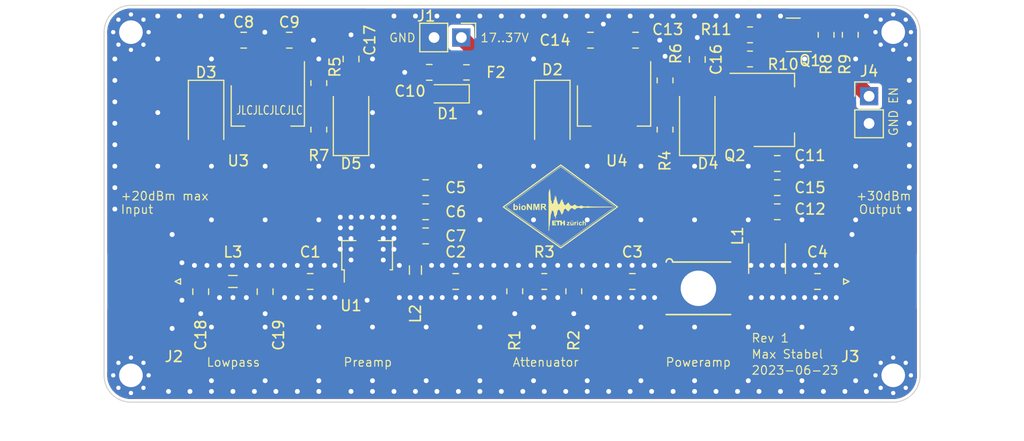
<source format=kicad_pcb>
(kicad_pcb (version 20221018) (generator pcbnew)
  (title_block (title "RF Power Amplifier") (date "2023-06-23") (rev "1") (company "ETH Zürich") (comment 1 "Maximilian Stabel"))
  (layers (0 "F.Cu" mixed) (31 "B.Cu" power) (34 "B.Paste" user) (35 "F.Paste" user) (36 "B.SilkS" user "B.Silkscreen") (37 "F.SilkS" user "F.Silkscreen") (38 "B.Mask" user) (39 "F.Mask" user) (44 "Edge.Cuts" user))
  (net 0 "")
  (net 1 "/filter_out")
  (net 2 "/preamp_in")
  (net 3 "/preamp_out")
  (net 4 "/att_in")
  (net 5 "/att_out")
  (net 6 "/amp_in")
  (net 7 "/amp_out")
  (net 8 "/rf_out")
  (net 9 "+5V")
  (net 10 "GND")
  (net 11 "VCC")
  (net 12 "Net-(D1-A)")
  (net 13 "VDD")
  (net 14 "+14V")
  (net 15 "Net-(D4-A)")
  (net 16 "Net-(D5-A)")
  (net 17 "/rf_in")
  (net 18 "Net-(J1-Pin_1)")
  (net 19 "Net-(J4-Pin_1)")
  (net 20 "Net-(Q1-B)")
  (net 21 "Net-(Q1-C)")
  (net 22 "Net-(Q2-B)")
  (footprint "Resistor_SMD:R_0805_2012Metric" (layer "F.Cu") (at 130 86.25 90)
    (fp_text reference "R5")
    (fp_text value "715, 1%")
  )
  (footprint "Capacitor_SMD:C_0805_2012Metric" (layer "F.Cu") (at 172.7 93.75)
    (fp_text reference "C11")
    (fp_text value "1u/50V")
  )
  (footprint "Capacitor_SMD:C_0805_2012Metric" (layer "F.Cu") (at 172.7 98.25)
    (fp_text reference "C12")
    (fp_text value "1n/50V")
  )
  (footprint "Capacitor_SMD:C_0805_2012Metric" (layer "F.Cu") (at 142.75 104.75)
    (fp_text reference "C2")
    (fp_text value "100n/50V")
  )
  (footprint "Inductor_SMD:L_0805_2012Metric" (layer "F.Cu") (at 139 103.6875 -90)
    (fp_text reference "L2")
    (fp_text value "470n")
  )
  (footprint "Capacitor_SMD:C_0805_2012Metric" (layer "F.Cu") (at 125 105.7 90)
    (fp_text reference "C19")
    (fp_text value "130p/50V")
  )
  (footprint "Resistor_SMD:R_0805_2012Metric" (layer "F.Cu") (at 148.25 105.6625 -90)
    (fp_text reference "R1")
    (fp_text value "150")
  )
  (footprint "Connector_Coaxial:SMA_Molex_73251-1153_EdgeMount_Horizontal" (layer "F.Cu") (at 114.62 104.75)
    (fp_text reference "J2")
    (fp_text value "RF_IN")
  )
  (footprint "MountingHole:MountingHole_2.2mm_M2_Pad_Via" (layer "F.Cu") (at 183.5 81.5)
    (fp_text reference "H4" hide)
    (fp_text value "MountingHole_Pad")
  )
  (footprint "Package_TO_SOT_SMD:SOT-223-3_TabPin2" (layer "F.Cu") (at 125.25 88.35 -90)
    (fp_text reference "U3")
    (fp_text value "LM317_SOT-223")
  )
  (footprint "Diode_SMD:D_SMA" (layer "F.Cu") (at 119.5 89.5 -90)
    (fp_text reference "D3")
    (fp_text value "S1B (1N4002)")
  )
  (footprint "Resistor_SMD:R_0805_2012Metric" (layer "F.Cu") (at 130 90.5875 90)
    (fp_text reference "R7")
    (fp_text value "240, 1%")
  )
  (footprint "Connector_Coaxial:SMA_Molex_73251-1153_EdgeMount_Horizontal" (layer "F.Cu") (at 181.38 104.75 180)
    (fp_text reference "J3")
    (fp_text value "RF_OUT")
  )
  (footprint "Capacitor_SMD:C_0805_2012Metric" (layer "F.Cu") (at 172.7 96)
    (fp_text reference "C15")
    (fp_text value "100n/50V")
  )
  (footprint "Resistor_SMD:R_0805_2012Metric" (layer "F.Cu") (at 170.1625 81.75 180)
    (fp_text reference "R10")
    (fp_text value "1k")
  )
  (footprint "Capacitor_SMD:C_0805_2012Metric" (layer "F.Cu") (at 159.5 82.25)
    (fp_text reference "C13")
    (fp_text value "1u,50V,10%")
  )
  (footprint "MountingHole:MountingHole_2.2mm_M2_Pad_Via" (layer "F.Cu") (at 183.5 113.5)
    (fp_text reference "H3" hide)
    (fp_text value "MountingHole_Pad")
  )
  (footprint "Connector_PinHeader_2.54mm:PinHeader_1x02_P2.54mm_Vertical" (layer "F.Cu") (at 181.25 87.475)
    (fp_text reference "J4")
    (fp_text value "Power_Enable")
  )
  (footprint "Package_TO_SOT_SMD:SOT-223-3_TabPin2" (layer "F.Cu") (at 157.5 88.35 -90)
    (fp_text reference "U4")
    (fp_text value "LM317_SOT-223")
  )
  (footprint "Resistor_SMD:R_0805_2012Metric" (layer "F.Cu") (at 162.25 90.5875 90)
    (fp_text reference "R4")
    (fp_text value "240, 1%")
  )
  (footprint "Capacitor_SMD:C_0805_2012Metric" (layer "F.Cu") (at 123 82.25)
    (fp_text reference "C8")
    (fp_text value "1u,50V,10%")
  )
  (footprint "Connector_PinHeader_2.54mm:PinHeader_1x02_P2.54mm_Vertical" (layer "F.Cu") (at 143.275 82 -90)
    (fp_text reference "J1")
    (fp_text value "Power")
  )
  (footprint "Diode_SMD:D_SMA" (layer "F.Cu") (at 165.25 89.5 90)
    (fp_text reference "D4")
    (fp_text value "S1B (1N4002)")
  )
  (footprint "Diode_SMD:D_SMA" (layer "F.Cu") (at 133 89.5 90)
    (fp_text reference "D5")
    (fp_text value "S1B (1N4002)")
  )
  (footprint "LOGO" (layer "F.Cu") (at 152.5 97.75)
    (fp_text reference "G***" hide)
    (fp_text value "LOGO" hide)
  )
  (footprint "Capacitor_SMD:C_0805_2012Metric" (layer "F.Cu") (at 159.2 104.75)
    (fp_text reference "C3")
    (fp_text value "100n/50V")
  )
  (footprint "Package_TO_SOT_SMD:SOT-89-3_Handsoldering" (layer "F.Cu") (at 134.5 102.3 90)
    (fp_text reference "U1")
    (fp_text value "ADL5536")
  )
  (footprint "Inductor_SMD:L_1812_4532Metric" (layer "F.Cu") (at 171.75 102.6125 -90)
    (fp_text reference "L1")
    (fp_text value "5u6")
  )
  (footprint "Capacitor_SMD:C_0805_2012Metric" (layer "F.Cu") (at 139.95 96)
    (fp_text reference "C5")
    (fp_text value "1u/50V")
  )
  (footprint "Package_TO_SOT_SMD:SOT-223-3_TabPin2" (layer "F.Cu") (at 172.4 88.75)
    (fp_text reference "Q2")
    (fp_text value "BCP51")
  )
  (footprint "Resistor_SMD:R_0805_2012Metric" (layer "F.Cu") (at 177.25 81.75 90)
    (fp_text reference "R8")
    (fp_text value "1k")
  )
  (footprint "MountingHole:MountingHole_2.2mm_M2_Pad_Via" (layer "F.Cu") (at 112.5 113.5)
    (fp_text reference "H2" hide)
    (fp_text value "MountingHole_Pad")
  )
  (footprint "Resistor_SMD:R_0805_2012Metric" (layer "F.Cu") (at 162.25 86 90)
    (fp_text reference "R6")
    (fp_text value "2k43, 1%")
  )
  (footprint "Capacitor_SMD:C_0805_2012Metric" (layer "F.Cu") (at 127.25 82.25)
    (fp_text reference "C9")
    (fp_text value "1u,50V,10%")
  )
  (footprint "Resistor_SMD:R_0805_2012Metric" (layer "F.Cu") (at 170.1625 84)
    (fp_text reference "R11")
    (fp_text value "4k7")
  )
  (footprint "Capacitor_SMD:C_0805_2012Metric" (layer "F.Cu") (at 129.2 104.75)
    (fp_text reference "C1")
    (fp_text value "100n/50V")
  )
  (footprint "Capacitor_SMD:C_0805_2012Metric" (layer "F.Cu") (at 133 84 90)
    (fp_text reference "C17")
    (fp_text value "10u,50V,10%")
  )
  (footprint "Capacitor_SMD:C_0805_2012Metric" (layer "F.Cu") (at 139.95 100.5)
    (fp_text reference "C7")
    (fp_text value "68p/50V")
  )
  (footprint "MountingHole:MountingHole_2.2mm_M2_Pad_Via" (layer "F.Cu") (at 112.5 81.5)
    (fp_text reference "H1" hide)
    (fp_text value "MountingHole_Pad")
  )
  (footprint "Fuse:Fuse_0805_2012Metric" (layer "F.Cu") (at 143.75 85.25 180)
    (fp_text reference "F2")
    (fp_text value "Polyfuse")
  )
  (footprint "Capacitor_SMD:C_0805_2012Metric" (layer "F.Cu") (at 155.3 82.25)
    (fp_text reference "C14")
    (fp_text value "1u,50V,10%")
  )
  (footprint "Capacitor_SMD:C_0805_2012Metric" (layer "F.Cu") (at 165.25 84.05 90)
    (fp_text reference "C16")
    (fp_text value "10u,50V,10%")
  )
  (footprint "Inductor_SMD:L_0805_2012Metric" (layer "F.Cu") (at 122 104.75)
    (fp_text reference "L3")
    (fp_text value "360n")
  )
  (footprint "Diode_SMD:D_SOD-323_HandSoldering" (layer "F.Cu") (at 142 87.25 180)
    (fp_text reference "D1")
    (fp_text value "SS13HE")
  )
  (footprint "Capacitor_SMD:C_0805_2012Metric" (layer "F.Cu") (at 119 105.7 90)
    (fp_text reference "C18")
    (fp_text value "130p/50V")
  )
  (footprint "Capacitor_SMD:C_0805_2012Metric" (layer "F.Cu") (at 140.29 85.25)
    (fp_text reference "C10")
    (fp_text value "100n/50V")
  )
  (footprint "poweramp:DL1636_HandSolder" (layer "F.Cu") (at 165.355 105.385)
    (fp_text reference "U2")
    (fp_text value "PHA-202+")
  )
  (footprint "Capacitor_SMD:C_0805_2012Metric" (layer "F.Cu") (at 176.45 104.75)
    (fp_text reference "C4")
    (fp_text value "100n/50V")
  )
  (footprint "Resistor_SMD:R_0805_2012Metric" (layer "F.Cu") (at 179.5 81.75 90)
    (fp_text reference "R9")
    (fp_text value "10k")
  )
  (footprint "Diode_SMD:D_SMA" (layer "F.Cu") (at 151.75 89.5 -90)
    (fp_text reference "D2")
    (fp_text value "S1B (1N4002)")
  )
  (footprint "Capacitor_SMD:C_0805_2012Metric" (layer "F.Cu") (at 139.95 98.25)
    (fp_text reference "C6")
    (fp_text value "1n/50V")
  )
  (footprint "Resistor_SMD:R_0805_2012Metric" (layer "F.Cu") (at 151 104.75)
    (fp_text reference "R3")
    (fp_text value "37R4")
  )
  (footprint "Package_TO_SOT_SMD:SOT-23" (layer "F.Cu") (at 174.1875 81.75 180)
    (fp_text reference "Q1")
    (fp_text value "MMBT3904")
  )
  (footprint "Resistor_SMD:R_0805_2012Metric" (layer "F.Cu") (at 153.75 105.6625 -90)
    (fp_text reference "R2")
    (fp_text value "150")
  )
  (gr_arc (start 110 81.5) (mid 110.732233 79.732233) (end 112.5 79) (stroke (width 0.1)) (layer "Edge.Cuts"))
  (gr_arc (start 183.5 79) (mid 185.267767 79.732233) (end 186 81.5) (stroke (width 0.1)) (layer "Edge.Cuts"))
  (gr_arc (start 186 113.5) (mid 185.267767 115.267767) (end 183.5 116) (stroke (width 0.1)) (layer "Edge.Cuts"))
  (gr_line (start 112.5 79) (end 183.5 79) (stroke (width 0.1)) (layer "Edge.Cuts"))
  (gr_line (start 110 113.5) (end 110 81.5) (stroke (width 0.1)) (layer "Edge.Cuts"))
  (gr_line (start 186 81.5) (end 186 113.5) (stroke (width 0.1)) (layer "Edge.Cuts"))
  (gr_line (start 183.5 116) (end 112.5 116) (stroke (width 0.1)) (layer "Edge.Cuts"))
  (gr_arc (start 112.5 116) (mid 110.732233 115.267767) (end 110 113.5) (stroke (width 0.1)) (layer "Edge.Cuts"))
  (gr_text "JLCJLCJLCJLC" (at 122.25 89.25) (layer "F.SilkS") (effects (font (size 0.8 0.6) (thickness 0.1)) (justify left bottom)))
  (gr_text "Lowpass" (at 119.5 112.75) (layer "F.SilkS") (effects (font (size 0.8 0.8) (thickness 0.1)) (justify left bottom)))
  (gr_text "+20dBm max" (at 111.5 97.25) (layer "F.SilkS") (effects (font (size 0.8 0.8) (thickness 0.1)) (justify left bottom)))
  (gr_text "GND" (at 184 91.25 90) (layer "F.SilkS") (effects (font (size 0.8 0.8) (thickness 0.1)) (justify left bottom)))
  (gr_text "Output" (at 180.25 98.5) (layer "F.SilkS") (effects (font (size 0.8 0.8) (thickness 0.1)) (justify left bottom)))
  (gr_text "EN" (at 184 88.25 90) (layer "F.SilkS") (effects (font (size 0.8 0.8) (thickness 0.1)) (justify left bottom)))
  (gr_text "Attenuator" (at 148 112.75) (layer "F.SilkS") (effects (font (size 0.8 0.8) (thickness 0.1)) (justify left bottom)))
  (gr_text "Rev 1" (at 170.25 110.5) (layer "F.SilkS") (effects (font (size 0.8 0.8) (thickness 0.1)) (justify left bottom)))
  (gr_text "Preamp" (at 132.25 112.75) (layer "F.SilkS") (effects (font (size 0.8 0.8) (thickness 0.1)) (justify left bottom)))
  (gr_text "2023-06-23" (at 170.25 113.5) (layer "F.SilkS") (effects (font (size 0.8 0.8) (thickness 0.1)) (justify left bottom)))
  (gr_text "Max Stabel" (at 170.25 112) (layer "F.SilkS") (effects (font (size 0.8 0.8) (thickness 0.1)) (justify left bottom)))
  (gr_text "17..37V" (at 145 82.5) (layer "F.SilkS") (effects (font (size 0.8 0.8) (thickness 0.1)) (justify left bottom)))
  (gr_text "GND" (at 136.5 82.5) (layer "F.SilkS") (effects (font (size 0.8 0.8) (thickness 0.1)) (justify left bottom)))
  (gr_text "+30dBm" (at 180 97.25) (layer "F.SilkS") (effects (font (size 0.8 0.8) (thickness 0.1)) (justify left bottom)))
  (gr_text "Input" (at 111.5 98.5) (layer "F.SilkS") (effects (font (size 0.8 0.8) (thickness 0.1)) (justify left bottom)))
  (gr_text "Poweramp" (at 162.25 112.75) (layer "F.SilkS") (effects (font (size 0.8 0.8) (thickness 0.1)) (justify left bottom)))
  (segment (start 123.25 104.75) (end 128 104.75) (width 1.45) (layer "F.Cu") (net 1))
  (segment (start 130.5 104.75) (end 131.5 104.75) (width 1.45) (layer "F.Cu") (net 2))
  (segment (start 141.5 104.75) (end 137.5 104.75) (width 1.45) (layer "F.Cu") (net 3))
  (segment (start 149.75 104.75) (end 144 104.75) (width 1.45) (layer "F.Cu") (net 4))
  (segment (start 152.25 104.75) (end 158 104.75) (width 1.45) (layer "F.Cu") (net 5))
  (segment (start 160.5 104.75) (end 161 104.75) (width 1.45) (layer "F.Cu") (net 6))
  (segment (start 170.25 104.75) (end 175.25 104.75) (width 1.45) (layer "F.Cu") (net 7))
  (segment (start 177.75 104.75) (end 178.75 104.75) (width 1.45) (layer "F.Cu") (net 8))
  (segment (start 125.25 91.5) (end 119.5 91.5) (width 1.45) (layer "F.Cu") (net 9))
  (segment (start 139 96) (end 139 95.5) (width 1.45) (layer "F.Cu") (net 9))
  (segment (start 133 91.5) (end 130 91.5) (width 1.45) (layer "F.Cu") (net 9))
  (segment (start 125.25 85) (end 125.25 83.807177) (width 1.45) (layer "F.Cu") (net 9))
  (segment (start 131 91.5) (end 125.25 91.5) (width 1.45) (layer "F.Cu") (net 9))
  (segment (start 139 102.625) (end 139 96) (width 1.45) (layer "F.Cu") (net 9))
  (segment (start 126.25 82.807177) (end 126.25 82.25) (width 1.45) (layer "F.Cu") (net 9))
  (segment (start 125.25 83.807177) (end 126.25 82.807177) (width 1.45) (layer "F.Cu") (net 9))
  (segment (start 135 91.5) (end 133.25 91.5) (width 1.45) (layer "F.Cu") (net 9))
  (segment (start 125.25 91.5) (end 125.25 85) (width 1.45) (layer "F.Cu") (net 9))
  (segment (start 139 95.5) (end 135 91.5) (width 1.45) (layer "F.Cu") (net 9))
  (via (at 152.25 103.25) (size 0.8) (drill 0.45) (layers "F.Cu" "B.Cu") (net 10))
  (via (at 130.5 103.25) (size 0.8) (drill 0.45) (layers "F.Cu" "B.Cu") (net 10))
  (via (at 130 114) (size 0.8) (drill 0.45) (layers "F.Cu" "B.Cu") (net 10))
  (via (at 175 109) (size 0.8) (drill 0.45) (layers "F.Cu" "B.Cu") (net 10))
  (via (at 126.8125 103.25) (size 0.8) (drill 0.45) (layers "F.Cu" "B.Cu") (net 10))
  (via (at 170.25 103.25) (size 0.8) (drill 0.45) (layers "F.Cu" "B.Cu") (net 10))
  (via (at 155 115) (size 0.8) (drill 0.45) (layers "F.Cu" "B.Cu") (net 10))
  (via (at 133 101.75) (size 0.8) (drill 0.45) (layers "F.Cu" "B.Cu") (net 10))
  (via (at 123.25 103.25) (size 0.8) (drill 0.45) (layers "F.Cu" "B.Cu") (net 10))
  (via (at 147 80) (size 0.8) (drill 0.45) (layers "F.Cu" "B.Cu") (net 10))
  (via (at 137.5 106.25) (size 0.8) (drill 0.45) (layers "F.Cu" "B.Cu") (net 10))
  (via (at 155 80) (size 0.8) (drill 0.45) (layers "F.Cu" "B.Cu") (net 10))
  (via (at 111 98) (size 0.8) (drill 0.45) (layers "F.Cu" "B.Cu") (net 10))
  (via (at 121 80) (size 0.8) (drill 0.45) (layers "F.Cu" "B.Cu") (net 10))
  (via (at 173 115) (size 0.8) (drill 0.45) (layers "F.Cu" "B.Cu") (net 10))
  (via (at 170 114) (size 0.8) (drill 0.45) (layers "F.Cu" "B.Cu") (net 10))
  (via (at 167 115) (size 0.8) (drill 0.45) (layers "F.Cu" "B.Cu") (net 10))
  (via (at 155.7 106.25) (size 0.8) (drill 0.45) (layers "F.Cu" "B.Cu") (net 10))
  (via (at 165 99) (size 0.8) (drill 0.45) (layers "F.Cu" "B.Cu") (net 10))
  (via (at 177.2 103.25) (size 0.8) (drill 0.45) (layers "F.Cu" "B.Cu") (net 10))
  (via (at 146.3 103.25) (size 0.8) (drill 0.45) (layers "F.Cu" "B.Cu") (net 10))
  (via (at 150 84) (size 0.8) (drill 0.45) (layers "F.Cu" "B.Cu") (net 10))
  (via (at 111 86) (size 0.8) (drill 0.45) (layers "F.Cu" "B.Cu") (net 10))
  (via (at 135 109) (size 0.8) (drill 0.45) (layers "F.Cu" "B.Cu") (net 10))
  (via (at 129.5 82.25) (size 0.8) (drill 0.45) (layers "F.Cu" "B.Cu") (net 10))
  (via (at 159 115) (size 0.8) (drill 0.45) (layers "F.Cu" "B.Cu") (net 10))
  (via (at 111 96) (size 0.8) (drill 0.45) (layers "F.Cu" "B.Cu") (net 10))
  (via (at 145 99) (size 0.8) (drill 0.45) (layers "F.Cu" "B.Cu") (net 10))
  (via (at 171.25 106.25) (size 0.8) (drill 0.45) (layers "F.Cu" "B.Cu") (net 10))
  (via (at 120 114) (size 0.8) (drill 0.45) (layers "F.Cu" "B.Cu") (net 10))
  (via (at 123.25 106.25) (size 0.8) (drill 0.45) (layers "F.Cu" "B.Cu") (net 10))
  (via (at 148.25 107.75) (size 0.8) (drill 0.45) (layers "F.Cu" "B.Cu") (net 10))
  (via (at 132 99.75) (size 0.8) (drill 0.45) (layers "F.Cu" "B.Cu") (net 10))
  (via (at 175 94) (size 0.8) (drill 0.45) (layers "F.Cu" "B.Cu") (net 10))
  (via (at 133 98.75) (size 0.8) (drill 0.45) (layers "F.Cu" "B.Cu") (net 10))
  (via (at 145.15 106.25) (size 0.8) (drill 0.45) (layers "F.Cu" "B.Cu") (net 10))
  (via (at 143 80) (size 0.8) (drill 0.45) (layers "F.Cu" "B.Cu") (net 10))
  (via (at 179 115) (size 0.8) (drill 0.45) (layers "F.Cu" "B.Cu") (net 10))
  (via (at 160 99) (size 0.8) (drill 0.45) (layers "F.Cu" "B.Cu") (net 10))
  (via (at 169 80) (size 0.8) (drill 0.45) (layers "F.Cu" "B.Cu") (net 10))
  (via (at 125.625 103.25) (size 0.8) (drill 0.45) (layers "F.Cu" "B.Cu") (net 10))
  (via (at 160 114) (size 0.8) (drill 0.45) (layers "F.Cu" "B.Cu") (net 10))
  (via (at 130.5 106.25) (size 0.8) (drill 0.45) (layers "F.Cu" "B.Cu") (net 10))
  (via (at 158 106.25) (size 0.8) (drill 0.45) (layers "F.Cu" "B.Cu") (net 10))
  (via (at 125 99) (size 0.8) (drill 0.45) (layers "F.Cu" "B.Cu") (net 10))
  (via (at 175 115) (size 0.8) (drill 0.45) (layers "F.Cu" "B.Cu") (net 10))
  (via (at 126.8125 106.25) (size 0.8) (drill 0.45) (layers "F.Cu" "B.Cu") (net 10))
  (via (at 139 115) (size 0.8) (drill 0.45) (layers "F.Cu" "B.Cu") (net 10))
  (via (at 118 115) (size 0.8) (drill 0.45) (layers "F.Cu" "B.Cu") (net 10))
  (via (at 161 80) (size 0.8) (drill 0.45) (layers "F.Cu" "B.Cu") (net 10))
  (via (at 185 90) (size 0.8) (drill 0.45) (layers "F.Cu" "B.Cu") (net 10))
  (via (at 140.5 103.25) (size 0.8) (drill 0.45) (layers "F.Cu" "B.Cu") (net 10))
  (via (at 185 88) (size 0.8) (drill 0.45) (layers "F.Cu" "B.Cu") (net 10))
  (via (at 142.75 106.25) (size 0.8) (drill 0.45) (layers "F.Cu" "B.Cu") (net 10))
  (via (at 178.2 106.25) (size 0.8) (drill 0.45) (layers "F.Cu" "B.Cu") (net 10))
  (via (at 133 99.75) (size 0.8) (drill 0.45) (layers "F.Cu" "B.Cu") (net 10))
  (via (at 149.75 106.25) (size 0.8) (drill 0.45) (layers "F.Cu" "B.Cu") (net 10))
  (via (at 143 115) (size 0.8) (drill 0.45) (layers "F.Cu" "B.Cu") (net 10))
  (via (at 134 98.75) (size 0.8) (drill 0.45) (layers "F.Cu" "B.Cu") (net 10))
  (via (at 169 115) (size 0.8) (drill 0.45) (layers "F.Cu" "B.Cu") (net 10))
  (via (at 174.25 106.25) (size 0.8) (drill 0.45) (layers "F.Cu" "B.Cu") (net 10))
  (via (at 135 94) (size 0.8) (drill 0.45) (layers "F.Cu" "B.Cu") (net 10))
  (via (at 133 115) (size 0.8) (drill 0.45) (layers "F.Cu" "B.Cu") (net 10))
  (via (at 171 115) (size 0.8) (drill 0.45) (layers "F.Cu" "B.Cu") (net 10))
  (via (at 137 101.75) (size 0.8) (drill 0.45) (layers "F.Cu" "B.Cu") (net 10))
  (via (at 185 86) (size 0.8) (drill 0.45) (layers "F.Cu" "B.Cu") (net 10))
  (via (at 137 80) (size 0.8) (drill 0.45) (layers "F.Cu" "B.Cu") (net 10))
  (via (at 135 84) (size 0.8) (drill 0.45) (layers "F.Cu" "B.Cu") (net 10))
  (via (at 175 114) (size 0.8) (drill 0.45) (layers "F.Cu" "B.Cu") (net 10))
  (via (at 129.25 106.25) (size 0.8) (drill 0.45) (layers "F.Cu" "B.Cu") (net 10))
  (via (at 133 102.75) (size 0.8) (drill 0.45) (layers "F.Cu" "B.Cu") (net 10))
  (via (at 144 103.25) (size 0.8) (drill 0.45) (layers "F.Cu" "B.Cu") (net 10))
  (via (at 120.75 106.25) (size 0.8) (drill 0.45) (layers "F.Cu" "B.Cu") (net 10))
  (via (at 176.25 106.25) (size 0.8) (drill 0.45) (layers "F.Cu" "B.Cu") (net 10))
  (via (at 122 106.25) (size 0.8) (drill 0.45) (layers "F.Cu" "B.Cu") (net 10))
  (via (at 157 80) (size 0.8) (drill 0.45) (layers "F.Cu" "B.Cu") (net 10))
  (via (at 111 92) (size 0.8) (drill 0.45) (layers "F.Cu" "B.Cu") (net 10))
  (via (at 137 115) (size 0.8) (drill 0.45) (layers "F.Cu" "B.Cu") (net 10))
  (via (at 121.95 103.25) (size 0.8) (drill 0.45) (layers "F.Cu" "B.Cu") (net 10))
  (via (at 163 80) (size 0.8) (drill 0.45) (layers "F.Cu" "B.Cu") (net 10))
  (via (at 157 115) (size 0.8) (drill 0.45) (layers "F.Cu" "B.Cu") (net 10))
  (via (at 120 84) (size 0.8) (drill 0.45) (layers "F.Cu" "B.Cu") (net 10))
  (via (at 139 80) (size 0.8) (drill 0.45) (layers "F.Cu" "B.Cu") (net 10))
  (via (at 153 115) (size 0.8) (drill 0.45) (layers "F.Cu" "B.Cu") (net 10))
  (via (at 155 99) (size 0.8) (drill 0.45) (layers "F.Cu" "B.Cu") (net 10))
  (via (at 155 109) (size 0.8) (drill 0.45) (layers "F.Cu" "B.Cu") (net 10))
  (via (at 150 114) (size 0.8) (drill 0.45) (layers "F.Cu" "B.Cu") (net 10))
  (via (at 128 106.25) (size 0.8) (drill 0.45) (layers "F.Cu" "B.Cu") (net 10))
  (via (at 142.75 103.25) (size 0.8) (drill 0.45) (layers "F.Cu" "B.Cu") (net 10))
  (via (at 130 99) (size 0.8) (drill 0.45) (layers "F.Cu" "B.Cu") (net 10))
  (via (at 165 94) (size 0.8) (drill 0.45) (layers "F.Cu" "B.Cu") (net 10))
  (via (at 111 84) (size 0.8) (drill 0.45) (layers "F.Cu" "B.Cu") (net 10))
  (via (at 111 90) (size 0.8) (drill 0.45) (layers "F.Cu" "B.Cu") (net 10))
  (via (at 170 94) (size 0.8) (drill 0.45) (layers "F.Cu" "B.Cu") (net 10))
  (via (at 156.85 106.25) (size 0.8) (drill 0.45) (layers "F.Cu" "B.Cu") (net 10))
  (via (at 176.25 103.25) (size 0.8) (drill 0.45) (layers "F.Cu" "B.Cu") (net 10))
  (via (at 150 99) (size 0.8) (drill 0.45) (layers "F.Cu" "B.Cu") (net 10))
  (via (at 124 115) (size 0.8) (drill 0.45) (layers "F.Cu" "B.Cu") (net 10))
  (via (at 130 94) (size 0.8) (drill 0.45) (layers "F.Cu" "B.Cu") (net 10))
  (via (at 125 94) (size 0.8) (drill 0.45) (layers "F.Cu" "B.Cu") (net 10))
  (via (at 125 107.75) (size 0.8) (drill 0.45) (layers "F.Cu" "B.Cu") (net 10))
  (via (at 132 101.75) (size 0.8) (drill 0.45) (layers "F.Cu" "B.Cu") (net 10))
  (via (at 140 109) (size 0.8) (drill 0.45) (layers "F.Cu" "B.Cu") (net 10))
  (via (at 145 114) (size 0.8) (drill 0.45) (layers "F.Cu" "B.Cu") (net 10))
  (via (at 125 109) (size 0.8) (drill 0.45) (layers "F.Cu" "B.Cu") (net 10))
  (via (at 141 115) (size 0.8) (drill 0.45) (layers "F.Cu" "B.Cu") (net 10))
  (via (at 165 114) (size 0.8) (drill 0.45) (layers "F.Cu" "B.Cu") (net 10))
  (via (at 125 114) (size 0.8) (drill 0.45) (layers "F.Cu" "B.Cu") (net 10))
  (via (at 134.5 106.5) (size 0.8) (drill 0.45) (layers "F.Cu" "B.Cu") (net 10))
  (via (at 152.25 106.25) (size 0.8) (drill 0.45) (layers "F.Cu" "B.Cu") (net 10))
  (via (at 147 115) (size 0.8) (drill 0.45) (layers "F.Cu" "B.Cu") (net 10))
  (via (at 116 115) (size 0.8) (drill 0.45) (layers "F.Cu" "B.Cu") (net 10))
  (via (at 115 80) (size 0.8) (drill 0.45) (layers "F.Cu" "B.Cu") (net 10))
  (via (at 136 99.75) (size 0.8) (drill 0.45) (layers "F.Cu" "B.Cu") (net 10))
  (via (at 150.975 103.25) (size 0.8) (drill 0.45) (layers "F.Cu" "B.Cu") (net 10))
  (via (at 119 80) (size 0.8) (drill 0.45) (layers "F.Cu" "B.Cu") (net 10))
  (via (at 118.416666 103.25) (size 0.8) (drill 0.45) (layers "F.Cu" "B.Cu") (net 10))
  (via (at 130 109) (size 0.8) (drill 0.45) (layers "F.Cu" "B.Cu") (net 10))
  (via (at 130 115) (size 0.8) (drill 0.45) (layers "F.Cu" "B.Cu") (net 10))
  (via (at 165 80) (size 0.8) (drill 0.45) (layers "F.Cu" "B.Cu") (net 10))
  (via (at 181 80) (size 0.8) (drill 0.45) (layers "F.Cu" "B.Cu") (net 10))
  (via (at 141.5 103.25) (size 0.8) (drill 0.45) (layers "F.Cu" "B.Cu") (net 10))
  (via (at 150.975 106.25) (size 0.8) (drill 0.45) (layers "F.Cu" "B.Cu") (net 10))
  (via (at 175.25 103.25) (size 0.8) (drill 0.45) (layers "F.Cu" "B.Cu") (net 10))
  (via (at 155.7 103.25) (size 0.8) (drill 0.45) (layers "F.Cu" "B.Cu") (net 10))
  (via (at 117.25 106.5) (size 0.8) (drill 0.45) (layers "F.Cu" "B.Cu") (net 10))
  (via (at 170 99) (size 0.8) (drill 0.45) (layers "F.Cu" "B.Cu") (net 10))
  (via (at 132 98.75) (size 0.8) (drill 0.45) (layers "F.Cu" "B.Cu") (net 10))
  (via (at 175.25 106.25) (size 0.8) (drill 0.45) (layers "F.Cu" "B.Cu") (net 10))
  (via (at 177 115) (size 0.8) (drill 0.45) (layers "F.Cu" "B.Cu") (net 10))
  (via (at 160 94) (size 0.8) (drill 0.45) (layers "F.Cu" "B.Cu") (net 10))
  (via (at 115 94) (size 0.8) (drill 0.45) (layers "F.Cu" "B.Cu") (net 10))
  (via (at 145 89) (size 0.8) (drill 0.45) (layers "F.Cu" "B.Cu") (net 10))
  (via (at 156.85 103.25) (size 0.8) (drill 0.45) (layers "F.Cu" "B.Cu") (net 10))
  (via (at 160.275 103.25) (size 0.8) (drill 0.45) (layers "F.Cu" "B.Cu") (net 10))
  (via (at 144 106.25) (size 0.8) (drill 0.45) (layers "F.Cu" "B.Cu") (net 10))
  (via (at 140 114) (size 0.8) (drill 0.45) (layers "F.Cu" "B.Cu") (net 10))
  (via (at 175 99) (size 0.8) (drill 0.45) (layers "F.Cu" "B.Cu") (net 10))
  (via (at 180 114) (size 0.8) (drill 0.45) (layers "F.Cu" "B.Cu") (net 10))
  (via (at 161.275 106.25) (size 0.8) (drill 0.45) (layers "F.Cu" "B.Cu") (net 10))
  (via (at 115 84) (size 0.8) (drill 0.45) (layers "F.Cu" "B.Cu") (net 10))
  (via (at 165 115) (size 0.8) (drill 0.45) (layers "F.Cu" "B.Cu") (net 10))
  (via (at 158 103.25) (size 0.8) (drill 0.45) (layers "F.Cu" "B.Cu") (net 10))
  (via (at 165.25 82) (size 0.8) (drill 0.45) (layers "F.Cu" "B.Cu") (net 10))
  (via (at 147.45 103.25) (size 0.8) (drill 0.45) (layers "F.Cu" "B.Cu") (net 10))
  (via (at 117 80) (size 0.8) (drill 0.45) (layers "F.Cu" "B.Cu") (net 10))
  (via (at 136 100.75) (size 0.8) (drill 0.45) (layers "F.Cu" "B.Cu") (net 10))
  (via (at 185 98) (size 0.8) (drill 0.45) (layers "F.Cu" "B.Cu") (net 10))
  (via (at 171 80) (size 0.8) (drill 0.45) (layers "F.Cu" "B.Cu") (net 10))
  (via (at 119.583333 103.25) (size 0.8) (drill 0.45) (layers "F.Cu" "B.Cu") (net 10))
  (via (at 122 115) (size 0.8) (drill 0.45) (layers "F.Cu" "B.Cu") (net 10))
  (via (at 161.75 82.25) (size 0.8) (drill 0.45) (layers "F.Cu" "B.Cu") (net 10))
  (via (at 159 80) (size 0.8) (drill 0.45) (layers "F.Cu" "B.Cu") (net 10))
  (via (at 171.25 103.25) (size 0.8) (drill 0.45) (layers "F.Cu" "B.Cu") (net 10))
  (via (at 180 99) (size 0.8) (drill 0.45) (layers "F.Cu" "B.Cu") (net 10))
  (via (at 128 103.25) (size 0.8) (drill 0.45) (layers "F.Cu" "B.Cu") (net 10))
  (via (at 120 99) (size 0.8) (drill 0.45) (layers "F.Cu" "B.Cu") (net 10))
  (via (at 174.25 103.25) (size 0.8) (drill 0.45) (layers "F.Cu" "B.Cu") (net 10))
  (via (at 175.25 84) (size 0.8) (drill 0.45) (layers "F.Cu" "B.Cu") (net 10))
  (via (at 145 109) (size 0.8) (drill 0.45) (layers "F.Cu" "B.Cu") (net 10))
  (via (at 135 89) (size 0.8) (drill 0.45) (layers "F.Cu" "B.Cu") (net 10))
  (via (at 148.6 103.25) (size 0.8) (drill 0.45) (layers "F.Cu" "B.Cu") (net 10))
  (via (at 185 92) (size 0.8) (drill 0.45) (layers "F.Cu" "B.Cu") (net 10))
  (via (at 180 94) (size 0.8) (drill 0.45) (layers "F.Cu" "B.Cu") (net 10))
  (via (at 173.25 103.25) (size 0.8) (drill 0.45) (layers "F.Cu" "B.Cu") (net 10))
  (via (at 172.25 103.25) (size 0.8) (drill 0.45) (layers "F.Cu" "B.Cu") (net 10))
  (via (at 117.25 103) (size 0.8) (drill 0.45) (layers "F.Cu" "B.Cu") (net 10))
  (via (at 151 80) (size 0.8) (drill 0.45) (layers "F.Cu" "B.Cu") (net 10))
  (via (at 170 109) (size 0.8) (drill 0.45) (layers "F.Cu" "B.Cu") (net 10))
  (via (at 111 94) (size 0.8) (drill 0.45) (layers "F.Cu" "B.Cu") (net 10))
  (via (at 120 94) (size 0.8) (drill 0.45) (layers "F.Cu" "B.Cu") (net 10))
  (via (at 145.15 103.25) (size 0.8) (drill 0.45) (layers "F.Cu" "B.Cu") (net 10))
  (via (at 115 89) (size 0.8) (drill 0.45) (layers "F.Cu" "B.Cu") (net 10))
  (via (at 161.275 103.25) (size 0.8) (drill 0.45) (layers "F.Cu" "B.Cu") (net 10))
  (via (at 124.4375 103.25) (size 0.8) (drill 0.45) (layers "F.Cu" "B.Cu") (net 10))
  (via (at 126 115) (size 0.8) (drill 0.45) (layers "F.Cu" "B.Cu") (net 10))
  (via (at 178.2 103.25) (size 0.8) (drill 0.45) (layers "F.Cu" "B.Cu") (net 10))
  (via (at 145 115) (size 0.8) (drill 0.45) (layers "F.Cu" "B.Cu") (net 10))
  (via (at 149.75 103.25) (size 0.8) (drill 0.45) (layers "F.Cu" "B.Cu") (net 10))
  (via (at 170.25 106.25) (size 0.8) (drill 0.45) (layers "F.Cu" "B.Cu") (net 10))
  (via (at 128 115) (size 0.8) (drill 0.45) (layers "F.Cu" "B.Cu") (net 10))
  (via (at 146.3 106.25) (size 0.8) (drill 0.45) (layers "F.Cu" "B.Cu") (net 10))
  (via (at 145 80) (size 0.8) (drill 0.45) (layers "F.Cu" "B.Cu") (net 10))
  (via (at 160 109) (size 0.8) (drill 0.45) (layers "F.Cu" "B.Cu") (net 10))
  (via (at 145 94) (size 0.8) (drill 0.45) (layers "F.Cu" "B.Cu") (net 10))
  (via (at 156.5 80.75) (size 0.8) (drill 0.45) (layers "F.Cu" "B.Cu") (net 10))
  (via (at 129.25 103.25) (size 0.8) (drill 0.45) (layers "F.Cu" "B.Cu") (net 10))
  (via (at 137 100.75) (size 0.8) (drill 0.45) (layers "F.Cu" "B.Cu") (net 10))
  (via (at 160.275 106.25) (size 0.8) (drill 0.45) (layers "F.Cu" "B.Cu") (net 10))
  (via (at 137 98.75) (size 0.8) (drill 0.45) (layers "F.Cu" "B.Cu") (net 10))
  (via (at 131.5 106.25) (size 0.8) (drill 0.45) (layers "F.Cu" "B.Cu") (net 10))
  (via (at 139.5 106.25) (size 0.8) (drill 0.45) (layers "F.Cu" "B.Cu") (net 10))
  (via (at 180 84) (size 0.8) (drill 0.45) (layers "F.Cu" "B.Cu") (net 10))
  (via (at 124.971008 81.5054) (size 0.8) (drill 0.45) (layers "F.Cu" "B.Cu") (net 10))
  (via (at 153 80) (size 0.8) (drill 0.45) (layers "F.Cu" "B.Cu") (net 10))
  (via (at 159.175 106.25) (size 0.8) (drill 0.45) (layers "F.Cu" "B.Cu") (net 10))
  (via (at 173.25 106.25) (size 0.8) (drill 0.45) (layers "F.Cu" "B.Cu") (net 10))
  (via (at 135 114) (size 0.8) (drill 0.45) (layers "F.Cu" "B.Cu") (net 10))
  (via (at 141 80) (size 0.8) (drill 0.45) (layers "F.Cu" "B.Cu") (net 10))
  (via (at 185 96) (size 0.8) (drill 0.45) (layers "F.Cu" "B.Cu") (net 10))
  (via (at 177.2 106.25) (size 0.8) (drill 0.45) (layers "F.Cu" "B.Cu") (net 10))
  (via (at 135 115) (size 0.8) (drill 0.45) (layers "F.Cu" "B.Cu") (net 10))
  (via (at 165 109) (size 0.8) (drill 0.45) (layers "F.Cu" "B.Cu") (net 10))
  (via (at 149 115) (size 0.8) (drill 0.45) (layers "F.Cu" "B.Cu") (net 10))
  (via (at 181 115) (size 0.8) (drill 0.45) (layers "F.Cu" "B.Cu") (net 10))
  (via (at 137 99.75) (size 0.8) (drill 0.45) (layers "F.Cu" "B.Cu") (net 10))
  (via (at 136 102.75) (size 0.8) (drill 0.45) (layers "F.Cu" "B.Cu") (net 10))
  (via (at 120.75 103.25) (size 0.8) (drill 0.45) (layers "F.Cu" "B.Cu") (net 10))
  (via (at 141.5 106.25) (size 0.8) (drill 0.45) (layers "F.Cu" "B.Cu") (net 10))
  (via (at 136 98.75) (size 0.8) (drill 0.45) (layers "F.Cu" "B.Cu") (net 10))
  (via (at 111 88) (size 0.8) (drill 0.45) (layers "F.Cu" "B.Cu") (net 10))
  (via (at 161 115) (size 0.8) (drill 0.45) (layers "F.Cu" "B.Cu") (net 10))
  (via (at 132 100.75) (size 0.8) (drill 0.45) (layers "F.Cu" "B.Cu") (net 10))
  (via (at 131.5 103.25) (size 0.8) (drill 0.45) (layers "F.Cu" "B.Cu") (net 10))
  (via (at 150 94) (size 0.8) (drill 0.45) (layers "F.Cu" "B.Cu") (net 10))
  (via (at 153.75 107.75) (size 0.8) (drill 0.45) (layers "F.Cu" "B.Cu") (net 10))
  (via (at 153.4 103.25) (size 0.8) (drill 0.45) (layers "F.Cu" "B.Cu") (net 10))
  (via (at 173 80) (size 0.8) (drill 0.45) (layers "F.Cu" "B.Cu") (net 10))
  (via (at 140.5 106.25) (size 0.8) (drill 0.45) (layers "F.Cu" "B.Cu") (net 10))
  (via (at 163 115) (size 0.8) (drill 0.45) (layers "F.Cu" "B.Cu") (net 10))
  (via (at 133 81.75) (size 0.8) (drill 0.45) (layers "F.Cu" "B.Cu") (net 10))
  (via (at 167 80) (size 0.8) (drill 0.45) (layers "F.Cu" "B.Cu") (net 10))
  (via (at 138.5 106.25) (size 0.8) (drill 0.45) (layers "F.Cu" "B.Cu") (net 10))
  (via (at 155 114) (size 0.8) (drill 0.45) (layers "F.Cu" "B.Cu") (net 10))
  (via (at 159.175 103.25) (size 0.8) (drill 0.45) (layers "F.Cu" "B.Cu") (net 10))
  (via (at 155 94) (size 0.8) (drill 0.45) (layers "F.Cu" "B.Cu") (net 10))
  (via (at 172.25 106.25) (size 0.8) (drill 0.45) (layers "F.Cu" "B.Cu") (net 10))
  (via (at 136 101.75) (size 0.8) (drill 0.45) (layers "F.Cu" "B.Cu") (net 10))
  (via (at 185 84) (size 0.8) (drill 0.45) (layers "F.Cu" "B.Cu") (net 10))
  (via (at 185 94) (size 0.8) (drill 0.45) (layers "F.Cu" "B.Cu") (net 10))
  (via (at 120 115) (size 0.8) (drill 0.45) (layers "F.Cu" "B.Cu") (net 10))
  (via (at 149 80) (size 0.8) (drill 0.45) (layers "F.Cu" "B.Cu") (net 10))
  (via (at 119 107.75) (size 0.8) (drill 0.45) (layers "F.Cu" "B.Cu") (net 10))
  (via (at 154.55 103.25) (size 0.8) (drill 0.45) (layers "F.Cu" "B.Cu") (net 10))
  (via (at 138 85.25) (size 0.8) (drill 0.45) (layers "F.Cu" "B.Cu") (net 10))
  (via (at 150 109) (size 0.8) (drill 0.45) (layers "F.Cu" "B.Cu") (net 10))
  (via (at 162.25 83.75) (size 0.8) (drill 0.45) (layers "F.Cu" "B.Cu") (net 10))
  (via (at 130 84) (size 0.8) (drill 0.45) (layers "F.Cu" "B.Cu") (net 10))
  (via (at 151 115) (size 0.8) (drill 0.45) (layers "F.Cu" "B.Cu") (net 10))
  (via (at 137.5 103.25) (size 0.8) (drill 0.45) (layers "F.Cu" "B.Cu") (net 10))
  (via (at 135 98.75) (size 0.8) (drill 0.45) (layers "F.Cu" "B.Cu") (net 10))
  (via (at 120 109) (size 0.8) (drill 0.45) (layers "F.Cu" "B.Cu") (net 10))
  (via (at 133 100.75) (size 0.8) (drill 0.45) (layers "F.Cu" "B.Cu") (net 10))
  (segment (start 136.5 88) (end 136.5 82.3) (width 1.45) (layer "F.Cu") (net 11))
  (segment (start 153.75 87.5) (end 155.25 86) (width 1.45) (layer "F.Cu") (net 11))
  (segment (start 155.25 86) (end 155.25 85) (width 1.45) (layer "F.Cu") (net 11))
  (segment (start 134.225 80.025) (end 123.175 80.025) (width 1.45) (layer "F.Cu") (net 11))
  (segment (start 151.5 87.25) (end 151.75 87.5) (width 1.45) (layer "F.Cu") (net 11))
  (segment (start 155.25 84.25) (end 154.3 83.3) (width 1.45) (layer "F.Cu") (net 11))
  (segment (start 154.3 83.3) (end 154.3 82.1) (width 1.45) (layer "F.Cu") (net 11))
  (segment (start 123 84) (end 123 85.25) (width 1.45) (layer "F.Cu") (net 11))
  (segment (start 146.75 87.25) (end 151.5 87.25) (width 1.45) (layer "F.Cu") (net 11))
  (segment (start 121.5 87.5) (end 119.5 87.5) (width 1.45) (layer "F.Cu") (net 11))
  (segment (start 143.25 87.303928) (end 140.803928 89.75) (width 1.45) (layer "F.Cu") (net 11))
  (segment (start 138.25 89.75) (end 136.5 88) (width 1.45) (layer "F.Cu") (net 11))
  (segment (start 122.1 81.1) (end 122.1 83.1) (width 1.45) (layer "F.Cu") (net 11))
  (segment (start 155.25 85.25) (end 155.25 84.25) (width 1.45) (layer "F.Cu") (net 11))
  (segment (start 140.803928 89.75) (end 138.25 89.75) (width 1.45) (layer "F.Cu") (net 11))
  (segment (start 143.25 87.25) (end 146.75 87.25) (width 1.45) (layer "F.Cu") (net 11))
  (segment (start 143.25 87.25) (end 143.25 87.303928) (width 1.45) (layer "F.Cu") (net 11))
  (segment (start 122.95 86.05) (end 121.5 87.5) (width 1.45) (layer "F.Cu") (net 11))
  (segment (start 151.75 87.5) (end 153.75 87.5) (width 1.45) (layer "F.Cu") (net 11))
  (segment (start 122.1 83.1) (end 123 84) (width 1.45) (layer "F.Cu") (net 11))
  (segment (start 122.95 85.2) (end 122.95 86.05) (width 1.45) (layer "F.Cu") (net 11))
  (segment (start 136.5 82.3) (end 134.225 80.025) (width 1.45) (layer "F.Cu") (net 11))
  (segment (start 123.175 80.025) (end 122.1 81.1) (width 1.45) (layer "F.Cu") (net 11))
  (segment (start 140.75 87.25) (end 141.25 86.75) (width 1.45) (layer "F.Cu") (net 12))
  (segment (start 141.25 86.75) (end 141.25 85.25) (width 1.45) (layer "F.Cu") (net 12))
  (segment (start 142.5 85.25) (end 141.5 85.25) (width 1.45) (layer "F.Cu") (net 12))
  (segment (start 171.75 100.25) (end 171.75 93.75) (width 1.45) (layer "F.Cu") (net 13))
  (segment (start 171.75 93.5) (end 169.25 91) (width 1.45) (layer "F.Cu") (net 13))
  (segment (start 171.75 93.75) (end 171.75 93.5) (width 1.45) (layer "F.Cu") (net 13))
  (segment (start 166.25 90.5) (end 165.25 91.5) (width 1.45) (layer "F.Cu") (net 14))
  (segment (start 165.25 91.5) (end 164.75 91.5) (width 1.45) (layer "F.Cu") (net 14))
  (segment (start 157.5 91.5) (end 157.5 85) (width 1.45) (layer "F.Cu") (net 14))
  (segment (start 171.3309 88.2809) (end 171.3309 84.0809) (width 1.45) (layer "F.Cu") (net 14))
  (segment (start 170.8618 88.75) (end 171.3309 88.2809) (width 1.45) (layer "F.Cu") (net 14))
  (segment (start 169.25 88.75) (end 168 88.75) (width 1.45) (layer "F.Cu") (net 14))
  (segment (start 157.5 85) (end 157.5 83.807177) (width 1.45) (layer "F.Cu") (net 14))
  (segment (start 175.55 88.75) (end 169.25 88.75) (width 1.45) (layer "F.Cu") (net 14))
  (segment (start 157.5 83.807177) (end 158.5 82.807177) (width 1.45) (layer "F.Cu") (net 14))
  (segment (start 165.25 91.5) (end 162.25 91.5) (width 1.45) (layer "F.Cu") (net 14))
  (segment (start 171.3309 84.0809) (end 171.25 84) (width 1.45) (layer "F.Cu") (net 14))
  (segment (start 169.25 88.75) (end 170.8618 88.75) (width 1.45) (layer "F.Cu") (net 14))
  (segment (start 158.5 82.807177) (end 158.5 82.25) (width 1.45) (layer "F.Cu") (net 14))
  (segment (start 168 88.75) (end 166.25 90.5) (width 1.45) (layer "F.Cu") (net 14))
  (segment (start 157.5 91.5) (end 151.75 91.5) (width 1.45) (layer "F.Cu") (net 14))
  (segment (start 162.25 91.5) (end 157.5 91.5) (width 1.45) (layer "F.Cu") (net 14))
  (segment (start 162 87) (end 162.25 87.25) (width 1.45) (layer "F.Cu") (net 15))
  (segment (start 162 87.25) (end 160 85.25) (width 1.45) (layer "F.Cu") (net 15))
  (segment (start 162.25 87.25) (end 162 87.25) (width 1.45) (layer "F.Cu") (net 15))
  (segment (start 165.25 85.25) (end 165.25 87.5) (width 1.45) (layer "F.Cu") (net 15))
  (segment (start 164.75 87) (end 162 87) (width 1.45) (layer "F.Cu") (net 15))
  (segment (start 165.25 87.5) (end 164.75 87) (width 1.45) (layer "F.Cu") (net 15))
  (segment (start 162.25 89.675) (end 162.25 87.25) (width 1.45) (layer "F.Cu") (net 15))
  (segment (start 132.9125 87.1625) (end 133 87.25) (width 1.45) (layer "F.Cu") (net 16))
  (segment (start 129.538299 87.25) (end 130 87.25) (width 1.45) (layer "F.Cu") (net 16))
  (segment (start 127.55 85.2) (end 127.55 85.261701) (width 1.45) (layer "F.Cu") (net 16))
  (segment (start 129.5 87.1625) (end 132.9125 87.1625) (width 1.45) (layer "F.Cu") (net 16))
  (segment (start 127.55 85.261701) (end 129.538299 87.25) (width 1.45) (layer "F.Cu") (net 16))
  (segment (start 130 89.5) (end 130 87.5) (width 1.45) (layer "F.Cu") (net 16))
  (segment (start 133 87.5) (end 133 85.25) (width 1.45) (layer "F.Cu") (net 16))
  (segment (start 119 104.75) (end 120.75 104.75) (width 1.45) (layer "F.Cu") (net 17))
  (segment (start 119 104.75) (end 117.25 104.75) (width 1.45) (layer "F.Cu") (net 17))
  (segment (start 144.75 83.475) (end 144.75 85.25) (width 1.45) (layer "F.Cu") (net 18))
  (segment (start 143.275 82) (end 144.75 83.475) (width 1.45) (layer "F.Cu") (net 18))
  (segment (start 177.25 82.6625) (end 177.25 83.5) (width 1.45) (layer "F.Cu") (net 19))
  (segment (start 177.25 83.5) (end 181.25 87.5) (width 1.45) (layer "F.Cu") (net 19))
  (segment (start 179.5 80.8375) (end 174.8375 80.8375) (width 1.45) (layer "F.Cu") (net 20))
  (segment (start 171.075 81.75) (end 173.25 81.75) (width 1.45) (layer "F.Cu") (net 21))
  (segment (start 169.25 84) (end 169.25 81.75) (width 1.45) (layer "F.Cu") (net 22))
  (segment (start 169.25 86.45) (end 169.25 84) (width 1.45) (layer "F.Cu") (net 22))
  (zone (net 3) (net_name "/preamp_out") (layer "F.Cu") (priority 17540) (connect_pads yes (clearance 0)) (min_thickness 0.0254) (fill yes (thermal_gap 0.5) (thermal_bridge_width 0.5))
    (polygon (pts (xy 137.75 104.75) (xy 137.65025 104.025) (xy 137.463662 104.0131) (xy 137.305722 103.9808) (xy 137.170536 103.933199) (xy 137.052211 103.8754) (xy 136.944851 103.8125) (xy 136.842563 103.7496) (xy 136.739453 103.6918) (xy 136.629626 103.6442) (xy 136.50719 103.6119) (xy 136.36625 103.6) (xy 136.14125 103.6) (xy 136.00325 104.75) (xy 136.14125 105.9) (xy 136.36625 105.9) (xy 136.50719 105.8881) (xy 136.629626 105.8558) (xy 136.739453 105.808199) (xy 136.842563 105.7504) (xy 136.944851 105.6875) (xy 137.052211 105.6246) (xy 137.170536 105.5668) (xy 137.305722 105.5192) (xy 137.463662 105.4869) (xy 137.65025 105.475)))
  )
  (zone (net 13) (net_name "VDD") (layer "F.Cu") (priority 17540) (connect_pads yes (clearance 0)) (min_thickness 0.0254) (fill yes (thermal_gap 0.5) (thermal_bridge_width 0.5))
    (polygon (pts (xy 171.75 98.66125) (xy 171.025 98.75875) (xy 170.9977 98.992153) (xy 170.9236 99.178633) (xy 170.814399 99.328293) (xy 170.6818 99.451238) (xy 170.5375 99.557573) (xy 170.3932 99.657401) (xy 170.2606 99.760829) (xy 170.1514 99.87796) (xy 170.0773 100.018899) (xy 170.05 100.19375) (xy 170.05 100.475) (xy 171.75 100.679) (xy 173.45 100.475) (xy 173.45 100.19375) (xy 173.4227 100.018899) (xy 173.3486 99.87796) (xy 173.239399 99.760829) (xy 173.1068 99.657401) (xy 172.9625 99.557573) (xy 172.8182 99.451238) (xy 172.6856 99.328293) (xy 172.5764 99.178633) (xy 172.5023 98.992153) (xy 172.475 98.75875)))
  )
  (zone (net 2) (net_name "/preamp_in") (layer "F.Cu") (priority 17540) (connect_pads yes (clearance 0)) (min_thickness 0.0254) (fill yes (thermal_gap 0.5) (thermal_bridge_width 0.5))
    (polygon (pts (xy 131.5 104.75) (xy 131.59975 105.475) (xy 131.740189 105.4869) (xy 131.856965 105.5192) (xy 131.955031 105.566799) (xy 132.039342 105.6246) (xy 132.11485 105.6875) (xy 132.186511 105.7504) (xy 132.259277 105.8082) (xy 132.338103 105.8558) (xy 132.427943 105.8881) (xy 132.53375 105.9) (xy 132.75875 105.9) (xy 132.89675 104.75) (xy 132.75875 103.6) (xy 132.53375 103.6) (xy 132.427943 103.6119) (xy 132.338103 103.6442) (xy 132.259277 103.691799) (xy 132.186511 103.7496) (xy 132.11485 103.8125) (xy 132.039342 103.8754) (xy 131.955031 103.9332) (xy 131.856965 103.9808) (xy 131.740189 104.0131) (xy 131.59975 104.025)))
  )
  (zone (net 9) (net_name "+5V") (layer "F.Cu") (priority 17540) (connect_pads yes (clearance 0)) (min_thickness 0.0254) (fill yes (thermal_gap 0.5) (thermal_bridge_width 0.5))
    (polygon (pts (xy 125.25 89.02325) (xy 124.525 89.112) (xy 124.4921 89.355898) (xy 124.4028 89.544963) (xy 124.271199 89.691183) (xy 124.1114 89.806544) (xy 123.9375 89.903034) (xy 123.7636 89.992642) (xy 123.6038 90.087355) (xy 123.4722 90.19916) (xy 123.3829 90.340046) (xy 123.35 90.522) (xy 123.35 91.022) (xy 125.25 91.25) (xy 127.15 91.022) (xy 127.15 90.522) (xy 127.1171 90.340046) (xy 127.0278 90.19916) (xy 126.896199 90.087355) (xy 126.7364 89.992642) (xy 126.5625 89.903034) (xy 126.3886 89.806544) (xy 126.2288 89.691183) (xy 126.0972 89.544963) (xy 126.0079 89.355898) (xy 125.975 89.112)))
  )
  (zone (net 17) (net_name "/rf_in") (layer "F.Cu") (priority 17540) (connect_pads yes (clearance 0)) (min_thickness 0.0254) (fill yes (thermal_gap 0.5) (thermal_bridge_width 0.5))
    (polygon (pts (xy 118.49615 104.75) (xy 118.4382 104.025) (xy 118.012556 104.01324) (xy 117.645673 103.98132) (xy 117.32573 103.934279) (xy 117.040904 103.87716) (xy 116.779373 103.815) (xy 116.529317 103.75284) (xy 116.278913 103.69572) (xy 116.01634 103.64868) (xy 115.729776 103.61676) (xy 115.4074 103.605) (xy 114.1374 103.605) (xy 114 104.75) (xy 114.1374 105.895) (xy 115.4074 105.895) (xy 115.729776 105.88324) (xy 116.01634 105.85132) (xy 116.278913 105.804279) (xy 116.529317 105.74716) (xy 116.779373 105.685) (xy 117.040904 105.62284) (xy 117.32573 105.56572) (xy 117.645673 105.51868) (xy 118.012556 105.48676) (xy 118.4382 105.475)))
  )
  (zone (net 14) (net_name "+14V") (layer "F.Cu") (priority 17540) (connect_pads yes (clearance 0)) (min_thickness 0.0254) (fill yes (thermal_gap 0.5) (thermal_bridge_width 0.5))
    (polygon (pts (xy 157.5 89.02325) (xy 156.775 89.112) (xy 156.7421 89.355898) (xy 156.6528 89.544963) (xy 156.521199 89.691183) (xy 156.3614 89.806544) (xy 156.1875 89.903034) (xy 156.0136 89.992642) (xy 155.8538 90.087355) (xy 155.7222 90.19916) (xy 155.6329 90.340046) (xy 155.6 90.522) (xy 155.6 91.022) (xy 157.5 91.25) (xy 159.4 91.022) (xy 159.4 90.522) (xy 159.3671 90.340046) (xy 159.2778 90.19916) (xy 159.146199 90.087355) (xy 158.9864 89.992642) (xy 158.8125 89.903034) (xy 158.6386 89.806544) (xy 158.4788 89.691183) (xy 158.3472 89.544963) (xy 158.2579 89.355898) (xy 158.225 89.112)))
  )
  (zone (net 8) (net_name "/rf_out") (layer "F.Cu") (priority 17540) (connect_pads yes (clearance 0)) (min_thickness 0.0254) (fill yes (thermal_gap 0.5) (thermal_bridge_width 0.5))
    (polygon (pts (xy 177.50385 104.75) (xy 177.5618 105.475) (xy 177.987443 105.48676) (xy 178.354326 105.51868) (xy 178.674269 105.565719) (xy 178.959095 105.62284) (xy 179.220626 105.685) (xy 179.470682 105.74716) (xy 179.721086 105.80428) (xy 179.983659 105.85132) (xy 180.270223 105.88324) (xy 180.5926 105.895) (xy 181.8626 105.895) (xy 182 104.75) (xy 181.8626 103.605) (xy 180.5926 103.605) (xy 180.270223 103.61676) (xy 179.983659 103.64868) (xy 179.721086 103.695719) (xy 179.470682 103.75284) (xy 179.220626 103.815) (xy 178.959095 103.87716) (xy 178.674269 103.93428) (xy 178.354326 103.98132) (xy 177.987443 104.01324) (xy 177.5618 104.025)))
  )
  (zone (net 6) (net_name "/amp_in") (layer "F.Cu") (priority 17540) (connect_pads yes (clearance 0)) (min_thickness 0.0254) (fill yes (thermal_gap 0.5) (thermal_bridge_width 0.5))
    (polygon (pts (xy 160.89125 104.75) (xy 160.9878 105.475) (xy 161.165884 105.46184) (xy 161.315441 105.42612) (xy 161.442389 105.373479) (xy 161.552644 105.30956) (xy 161.652124 105.24) (xy 161.746747 105.17044) (xy 161.842428 105.106519) (xy 161.945086 105.05388) (xy 162.060637 105.01816) (xy 162.195 105.005) (xy 162.5 105.005) (xy 162.5306 104.75) (xy 162.5 104.495) (xy 162.195 104.495) (xy 162.060637 104.48184) (xy 161.945086 104.44612) (xy 161.842428 104.393479) (xy 161.746747 104.32956) (xy 161.652124 104.26) (xy 161.552644 104.19044) (xy 161.442389 104.12652) (xy 161.315441 104.07388) (xy 161.165884 104.03816) (xy 160.9878 104.025)))
  )
  (zone (net 7) (net_name "/amp_out") (layer "F.Cu") (priority 17540) (connect_pads yes (clearance 0)) (min_thickness 0.0254) (fill yes (thermal_gap 0.5) (thermal_bridge_width 0.5))
    (polygon (pts (xy 170.35875 104.75) (xy 170.2622 104.025) (xy 170.011766 104.03816) (xy 169.798238 104.07388) (xy 169.614086 104.126519) (xy 169.451779 104.19044) (xy 169.303788 104.26) (xy 169.162582 104.32956) (xy 169.02063 104.39348) (xy 168.870402 104.44612) (xy 168.704369 104.48184) (xy 168.515 104.495) (xy 168.21 104.495) (xy 168.1794 104.75) (xy 168.21 105.005) (xy 168.515 105.005) (xy 168.704369 105.01816) (xy 168.870402 105.05388) (xy 169.02063 105.106519) (xy 169.162582 105.17044) (xy 169.303788 105.24) (xy 169.451779 105.30956) (xy 169.614086 105.37348) (xy 169.798238 105.42612) (xy 170.011766 105.46184) (xy 170.2622 105.475)))
  )
  (zone (net 10) (net_name "GND") (layers "F&B.Cu") (connect_pads yes (clearance 0.3559)) (min_thickness 1) (fill yes (thermal_gap 1) (thermal_bridge_width 1))
    (polygon (pts (xy 110 79) (xy 186 79) (xy 186 116) (xy 110 116)))
  )
)
</source>
